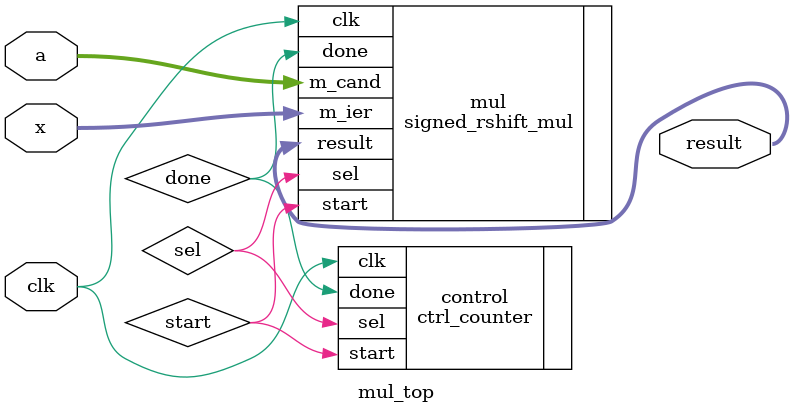
<source format=v>
`timescale 1ns / 1ps


module mul_top#(parameter k=3)(clk,a,x,result);

input clk;
input [k-1:0] a,x;
output [2*k:0] result;

wire start,done,sel;

ctrl_counter #(k) control (.clk(clk),
                           .start(start),
                           .done(done),
                           .sel(sel)
                           );
                           
signed_rshift_mul #(k) mul (.clk(clk),
                            .m_cand(a),
                            .m_ier(x),
                            .result(result),
                            .start(start),
                            .done(done),
                            .sel(sel)
                            );

endmodule

</source>
